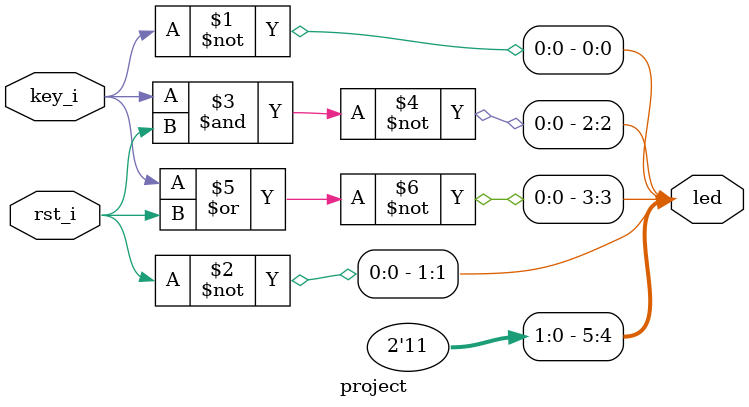
<source format=v>
module project (
    input wire key_i,
    input wire rst_i,
    output wire [5:0] led
);

    assign led[0] = ~key_i;
    assign led[1] = ~rst_i;
    assign led[2] = ~(key_i & rst_i);
    assign led[3] = ~(key_i | rst_i);
    assign led[4] = 1;
    assign led[5] = 1;

endmodule

</source>
